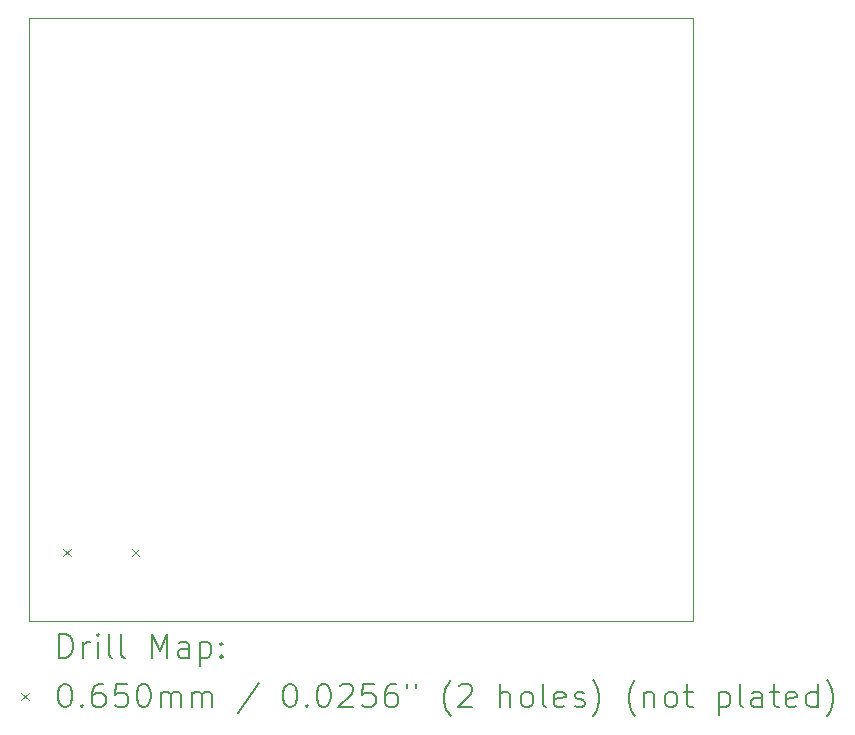
<source format=gbr>
%TF.GenerationSoftware,KiCad,Pcbnew,9.0.6*%
%TF.CreationDate,2025-12-28T18:53:21+01:00*%
%TF.ProjectId,scheme,73636865-6d65-42e6-9b69-6361645f7063,rev?*%
%TF.SameCoordinates,Original*%
%TF.FileFunction,Drillmap*%
%TF.FilePolarity,Positive*%
%FSLAX45Y45*%
G04 Gerber Fmt 4.5, Leading zero omitted, Abs format (unit mm)*
G04 Created by KiCad (PCBNEW 9.0.6) date 2025-12-28 18:53:21*
%MOMM*%
%LPD*%
G01*
G04 APERTURE LIST*
%ADD10C,0.050000*%
%ADD11C,0.200000*%
%ADD12C,0.100000*%
G04 APERTURE END LIST*
D10*
X18128000Y-10536000D02*
X23752000Y-10536000D01*
X23752000Y-15641000D01*
X18128000Y-15641000D01*
X18128000Y-10536000D01*
D11*
D12*
X18418500Y-15033000D02*
X18483500Y-15098000D01*
X18483500Y-15033000D02*
X18418500Y-15098000D01*
X18996500Y-15033000D02*
X19061500Y-15098000D01*
X19061500Y-15033000D02*
X18996500Y-15098000D01*
D11*
X18386277Y-15954984D02*
X18386277Y-15754984D01*
X18386277Y-15754984D02*
X18433896Y-15754984D01*
X18433896Y-15754984D02*
X18462467Y-15764508D01*
X18462467Y-15764508D02*
X18481515Y-15783555D01*
X18481515Y-15783555D02*
X18491039Y-15802603D01*
X18491039Y-15802603D02*
X18500563Y-15840698D01*
X18500563Y-15840698D02*
X18500563Y-15869269D01*
X18500563Y-15869269D02*
X18491039Y-15907365D01*
X18491039Y-15907365D02*
X18481515Y-15926412D01*
X18481515Y-15926412D02*
X18462467Y-15945460D01*
X18462467Y-15945460D02*
X18433896Y-15954984D01*
X18433896Y-15954984D02*
X18386277Y-15954984D01*
X18586277Y-15954984D02*
X18586277Y-15821650D01*
X18586277Y-15859746D02*
X18595801Y-15840698D01*
X18595801Y-15840698D02*
X18605324Y-15831174D01*
X18605324Y-15831174D02*
X18624372Y-15821650D01*
X18624372Y-15821650D02*
X18643420Y-15821650D01*
X18710086Y-15954984D02*
X18710086Y-15821650D01*
X18710086Y-15754984D02*
X18700563Y-15764508D01*
X18700563Y-15764508D02*
X18710086Y-15774031D01*
X18710086Y-15774031D02*
X18719610Y-15764508D01*
X18719610Y-15764508D02*
X18710086Y-15754984D01*
X18710086Y-15754984D02*
X18710086Y-15774031D01*
X18833896Y-15954984D02*
X18814848Y-15945460D01*
X18814848Y-15945460D02*
X18805324Y-15926412D01*
X18805324Y-15926412D02*
X18805324Y-15754984D01*
X18938658Y-15954984D02*
X18919610Y-15945460D01*
X18919610Y-15945460D02*
X18910086Y-15926412D01*
X18910086Y-15926412D02*
X18910086Y-15754984D01*
X19167229Y-15954984D02*
X19167229Y-15754984D01*
X19167229Y-15754984D02*
X19233896Y-15897841D01*
X19233896Y-15897841D02*
X19300563Y-15754984D01*
X19300563Y-15754984D02*
X19300563Y-15954984D01*
X19481515Y-15954984D02*
X19481515Y-15850222D01*
X19481515Y-15850222D02*
X19471991Y-15831174D01*
X19471991Y-15831174D02*
X19452944Y-15821650D01*
X19452944Y-15821650D02*
X19414848Y-15821650D01*
X19414848Y-15821650D02*
X19395801Y-15831174D01*
X19481515Y-15945460D02*
X19462467Y-15954984D01*
X19462467Y-15954984D02*
X19414848Y-15954984D01*
X19414848Y-15954984D02*
X19395801Y-15945460D01*
X19395801Y-15945460D02*
X19386277Y-15926412D01*
X19386277Y-15926412D02*
X19386277Y-15907365D01*
X19386277Y-15907365D02*
X19395801Y-15888317D01*
X19395801Y-15888317D02*
X19414848Y-15878793D01*
X19414848Y-15878793D02*
X19462467Y-15878793D01*
X19462467Y-15878793D02*
X19481515Y-15869269D01*
X19576753Y-15821650D02*
X19576753Y-16021650D01*
X19576753Y-15831174D02*
X19595801Y-15821650D01*
X19595801Y-15821650D02*
X19633896Y-15821650D01*
X19633896Y-15821650D02*
X19652944Y-15831174D01*
X19652944Y-15831174D02*
X19662467Y-15840698D01*
X19662467Y-15840698D02*
X19671991Y-15859746D01*
X19671991Y-15859746D02*
X19671991Y-15916888D01*
X19671991Y-15916888D02*
X19662467Y-15935936D01*
X19662467Y-15935936D02*
X19652944Y-15945460D01*
X19652944Y-15945460D02*
X19633896Y-15954984D01*
X19633896Y-15954984D02*
X19595801Y-15954984D01*
X19595801Y-15954984D02*
X19576753Y-15945460D01*
X19757705Y-15935936D02*
X19767229Y-15945460D01*
X19767229Y-15945460D02*
X19757705Y-15954984D01*
X19757705Y-15954984D02*
X19748182Y-15945460D01*
X19748182Y-15945460D02*
X19757705Y-15935936D01*
X19757705Y-15935936D02*
X19757705Y-15954984D01*
X19757705Y-15831174D02*
X19767229Y-15840698D01*
X19767229Y-15840698D02*
X19757705Y-15850222D01*
X19757705Y-15850222D02*
X19748182Y-15840698D01*
X19748182Y-15840698D02*
X19757705Y-15831174D01*
X19757705Y-15831174D02*
X19757705Y-15850222D01*
D12*
X18060500Y-16251000D02*
X18125500Y-16316000D01*
X18125500Y-16251000D02*
X18060500Y-16316000D01*
D11*
X18424372Y-16174984D02*
X18443420Y-16174984D01*
X18443420Y-16174984D02*
X18462467Y-16184508D01*
X18462467Y-16184508D02*
X18471991Y-16194031D01*
X18471991Y-16194031D02*
X18481515Y-16213079D01*
X18481515Y-16213079D02*
X18491039Y-16251174D01*
X18491039Y-16251174D02*
X18491039Y-16298793D01*
X18491039Y-16298793D02*
X18481515Y-16336888D01*
X18481515Y-16336888D02*
X18471991Y-16355936D01*
X18471991Y-16355936D02*
X18462467Y-16365460D01*
X18462467Y-16365460D02*
X18443420Y-16374984D01*
X18443420Y-16374984D02*
X18424372Y-16374984D01*
X18424372Y-16374984D02*
X18405324Y-16365460D01*
X18405324Y-16365460D02*
X18395801Y-16355936D01*
X18395801Y-16355936D02*
X18386277Y-16336888D01*
X18386277Y-16336888D02*
X18376753Y-16298793D01*
X18376753Y-16298793D02*
X18376753Y-16251174D01*
X18376753Y-16251174D02*
X18386277Y-16213079D01*
X18386277Y-16213079D02*
X18395801Y-16194031D01*
X18395801Y-16194031D02*
X18405324Y-16184508D01*
X18405324Y-16184508D02*
X18424372Y-16174984D01*
X18576753Y-16355936D02*
X18586277Y-16365460D01*
X18586277Y-16365460D02*
X18576753Y-16374984D01*
X18576753Y-16374984D02*
X18567229Y-16365460D01*
X18567229Y-16365460D02*
X18576753Y-16355936D01*
X18576753Y-16355936D02*
X18576753Y-16374984D01*
X18757705Y-16174984D02*
X18719610Y-16174984D01*
X18719610Y-16174984D02*
X18700563Y-16184508D01*
X18700563Y-16184508D02*
X18691039Y-16194031D01*
X18691039Y-16194031D02*
X18671991Y-16222603D01*
X18671991Y-16222603D02*
X18662467Y-16260698D01*
X18662467Y-16260698D02*
X18662467Y-16336888D01*
X18662467Y-16336888D02*
X18671991Y-16355936D01*
X18671991Y-16355936D02*
X18681515Y-16365460D01*
X18681515Y-16365460D02*
X18700563Y-16374984D01*
X18700563Y-16374984D02*
X18738658Y-16374984D01*
X18738658Y-16374984D02*
X18757705Y-16365460D01*
X18757705Y-16365460D02*
X18767229Y-16355936D01*
X18767229Y-16355936D02*
X18776753Y-16336888D01*
X18776753Y-16336888D02*
X18776753Y-16289269D01*
X18776753Y-16289269D02*
X18767229Y-16270222D01*
X18767229Y-16270222D02*
X18757705Y-16260698D01*
X18757705Y-16260698D02*
X18738658Y-16251174D01*
X18738658Y-16251174D02*
X18700563Y-16251174D01*
X18700563Y-16251174D02*
X18681515Y-16260698D01*
X18681515Y-16260698D02*
X18671991Y-16270222D01*
X18671991Y-16270222D02*
X18662467Y-16289269D01*
X18957705Y-16174984D02*
X18862467Y-16174984D01*
X18862467Y-16174984D02*
X18852944Y-16270222D01*
X18852944Y-16270222D02*
X18862467Y-16260698D01*
X18862467Y-16260698D02*
X18881515Y-16251174D01*
X18881515Y-16251174D02*
X18929134Y-16251174D01*
X18929134Y-16251174D02*
X18948182Y-16260698D01*
X18948182Y-16260698D02*
X18957705Y-16270222D01*
X18957705Y-16270222D02*
X18967229Y-16289269D01*
X18967229Y-16289269D02*
X18967229Y-16336888D01*
X18967229Y-16336888D02*
X18957705Y-16355936D01*
X18957705Y-16355936D02*
X18948182Y-16365460D01*
X18948182Y-16365460D02*
X18929134Y-16374984D01*
X18929134Y-16374984D02*
X18881515Y-16374984D01*
X18881515Y-16374984D02*
X18862467Y-16365460D01*
X18862467Y-16365460D02*
X18852944Y-16355936D01*
X19091039Y-16174984D02*
X19110086Y-16174984D01*
X19110086Y-16174984D02*
X19129134Y-16184508D01*
X19129134Y-16184508D02*
X19138658Y-16194031D01*
X19138658Y-16194031D02*
X19148182Y-16213079D01*
X19148182Y-16213079D02*
X19157705Y-16251174D01*
X19157705Y-16251174D02*
X19157705Y-16298793D01*
X19157705Y-16298793D02*
X19148182Y-16336888D01*
X19148182Y-16336888D02*
X19138658Y-16355936D01*
X19138658Y-16355936D02*
X19129134Y-16365460D01*
X19129134Y-16365460D02*
X19110086Y-16374984D01*
X19110086Y-16374984D02*
X19091039Y-16374984D01*
X19091039Y-16374984D02*
X19071991Y-16365460D01*
X19071991Y-16365460D02*
X19062467Y-16355936D01*
X19062467Y-16355936D02*
X19052944Y-16336888D01*
X19052944Y-16336888D02*
X19043420Y-16298793D01*
X19043420Y-16298793D02*
X19043420Y-16251174D01*
X19043420Y-16251174D02*
X19052944Y-16213079D01*
X19052944Y-16213079D02*
X19062467Y-16194031D01*
X19062467Y-16194031D02*
X19071991Y-16184508D01*
X19071991Y-16184508D02*
X19091039Y-16174984D01*
X19243420Y-16374984D02*
X19243420Y-16241650D01*
X19243420Y-16260698D02*
X19252944Y-16251174D01*
X19252944Y-16251174D02*
X19271991Y-16241650D01*
X19271991Y-16241650D02*
X19300563Y-16241650D01*
X19300563Y-16241650D02*
X19319610Y-16251174D01*
X19319610Y-16251174D02*
X19329134Y-16270222D01*
X19329134Y-16270222D02*
X19329134Y-16374984D01*
X19329134Y-16270222D02*
X19338658Y-16251174D01*
X19338658Y-16251174D02*
X19357705Y-16241650D01*
X19357705Y-16241650D02*
X19386277Y-16241650D01*
X19386277Y-16241650D02*
X19405325Y-16251174D01*
X19405325Y-16251174D02*
X19414848Y-16270222D01*
X19414848Y-16270222D02*
X19414848Y-16374984D01*
X19510086Y-16374984D02*
X19510086Y-16241650D01*
X19510086Y-16260698D02*
X19519610Y-16251174D01*
X19519610Y-16251174D02*
X19538658Y-16241650D01*
X19538658Y-16241650D02*
X19567229Y-16241650D01*
X19567229Y-16241650D02*
X19586277Y-16251174D01*
X19586277Y-16251174D02*
X19595801Y-16270222D01*
X19595801Y-16270222D02*
X19595801Y-16374984D01*
X19595801Y-16270222D02*
X19605325Y-16251174D01*
X19605325Y-16251174D02*
X19624372Y-16241650D01*
X19624372Y-16241650D02*
X19652944Y-16241650D01*
X19652944Y-16241650D02*
X19671991Y-16251174D01*
X19671991Y-16251174D02*
X19681515Y-16270222D01*
X19681515Y-16270222D02*
X19681515Y-16374984D01*
X20071991Y-16165460D02*
X19900563Y-16422603D01*
X20329134Y-16174984D02*
X20348182Y-16174984D01*
X20348182Y-16174984D02*
X20367229Y-16184508D01*
X20367229Y-16184508D02*
X20376753Y-16194031D01*
X20376753Y-16194031D02*
X20386277Y-16213079D01*
X20386277Y-16213079D02*
X20395801Y-16251174D01*
X20395801Y-16251174D02*
X20395801Y-16298793D01*
X20395801Y-16298793D02*
X20386277Y-16336888D01*
X20386277Y-16336888D02*
X20376753Y-16355936D01*
X20376753Y-16355936D02*
X20367229Y-16365460D01*
X20367229Y-16365460D02*
X20348182Y-16374984D01*
X20348182Y-16374984D02*
X20329134Y-16374984D01*
X20329134Y-16374984D02*
X20310087Y-16365460D01*
X20310087Y-16365460D02*
X20300563Y-16355936D01*
X20300563Y-16355936D02*
X20291039Y-16336888D01*
X20291039Y-16336888D02*
X20281515Y-16298793D01*
X20281515Y-16298793D02*
X20281515Y-16251174D01*
X20281515Y-16251174D02*
X20291039Y-16213079D01*
X20291039Y-16213079D02*
X20300563Y-16194031D01*
X20300563Y-16194031D02*
X20310087Y-16184508D01*
X20310087Y-16184508D02*
X20329134Y-16174984D01*
X20481515Y-16355936D02*
X20491039Y-16365460D01*
X20491039Y-16365460D02*
X20481515Y-16374984D01*
X20481515Y-16374984D02*
X20471991Y-16365460D01*
X20471991Y-16365460D02*
X20481515Y-16355936D01*
X20481515Y-16355936D02*
X20481515Y-16374984D01*
X20614848Y-16174984D02*
X20633896Y-16174984D01*
X20633896Y-16174984D02*
X20652944Y-16184508D01*
X20652944Y-16184508D02*
X20662468Y-16194031D01*
X20662468Y-16194031D02*
X20671991Y-16213079D01*
X20671991Y-16213079D02*
X20681515Y-16251174D01*
X20681515Y-16251174D02*
X20681515Y-16298793D01*
X20681515Y-16298793D02*
X20671991Y-16336888D01*
X20671991Y-16336888D02*
X20662468Y-16355936D01*
X20662468Y-16355936D02*
X20652944Y-16365460D01*
X20652944Y-16365460D02*
X20633896Y-16374984D01*
X20633896Y-16374984D02*
X20614848Y-16374984D01*
X20614848Y-16374984D02*
X20595801Y-16365460D01*
X20595801Y-16365460D02*
X20586277Y-16355936D01*
X20586277Y-16355936D02*
X20576753Y-16336888D01*
X20576753Y-16336888D02*
X20567229Y-16298793D01*
X20567229Y-16298793D02*
X20567229Y-16251174D01*
X20567229Y-16251174D02*
X20576753Y-16213079D01*
X20576753Y-16213079D02*
X20586277Y-16194031D01*
X20586277Y-16194031D02*
X20595801Y-16184508D01*
X20595801Y-16184508D02*
X20614848Y-16174984D01*
X20757706Y-16194031D02*
X20767229Y-16184508D01*
X20767229Y-16184508D02*
X20786277Y-16174984D01*
X20786277Y-16174984D02*
X20833896Y-16174984D01*
X20833896Y-16174984D02*
X20852944Y-16184508D01*
X20852944Y-16184508D02*
X20862468Y-16194031D01*
X20862468Y-16194031D02*
X20871991Y-16213079D01*
X20871991Y-16213079D02*
X20871991Y-16232127D01*
X20871991Y-16232127D02*
X20862468Y-16260698D01*
X20862468Y-16260698D02*
X20748182Y-16374984D01*
X20748182Y-16374984D02*
X20871991Y-16374984D01*
X21052944Y-16174984D02*
X20957706Y-16174984D01*
X20957706Y-16174984D02*
X20948182Y-16270222D01*
X20948182Y-16270222D02*
X20957706Y-16260698D01*
X20957706Y-16260698D02*
X20976753Y-16251174D01*
X20976753Y-16251174D02*
X21024372Y-16251174D01*
X21024372Y-16251174D02*
X21043420Y-16260698D01*
X21043420Y-16260698D02*
X21052944Y-16270222D01*
X21052944Y-16270222D02*
X21062468Y-16289269D01*
X21062468Y-16289269D02*
X21062468Y-16336888D01*
X21062468Y-16336888D02*
X21052944Y-16355936D01*
X21052944Y-16355936D02*
X21043420Y-16365460D01*
X21043420Y-16365460D02*
X21024372Y-16374984D01*
X21024372Y-16374984D02*
X20976753Y-16374984D01*
X20976753Y-16374984D02*
X20957706Y-16365460D01*
X20957706Y-16365460D02*
X20948182Y-16355936D01*
X21233896Y-16174984D02*
X21195801Y-16174984D01*
X21195801Y-16174984D02*
X21176753Y-16184508D01*
X21176753Y-16184508D02*
X21167229Y-16194031D01*
X21167229Y-16194031D02*
X21148182Y-16222603D01*
X21148182Y-16222603D02*
X21138658Y-16260698D01*
X21138658Y-16260698D02*
X21138658Y-16336888D01*
X21138658Y-16336888D02*
X21148182Y-16355936D01*
X21148182Y-16355936D02*
X21157706Y-16365460D01*
X21157706Y-16365460D02*
X21176753Y-16374984D01*
X21176753Y-16374984D02*
X21214849Y-16374984D01*
X21214849Y-16374984D02*
X21233896Y-16365460D01*
X21233896Y-16365460D02*
X21243420Y-16355936D01*
X21243420Y-16355936D02*
X21252944Y-16336888D01*
X21252944Y-16336888D02*
X21252944Y-16289269D01*
X21252944Y-16289269D02*
X21243420Y-16270222D01*
X21243420Y-16270222D02*
X21233896Y-16260698D01*
X21233896Y-16260698D02*
X21214849Y-16251174D01*
X21214849Y-16251174D02*
X21176753Y-16251174D01*
X21176753Y-16251174D02*
X21157706Y-16260698D01*
X21157706Y-16260698D02*
X21148182Y-16270222D01*
X21148182Y-16270222D02*
X21138658Y-16289269D01*
X21329134Y-16174984D02*
X21329134Y-16213079D01*
X21405325Y-16174984D02*
X21405325Y-16213079D01*
X21700563Y-16451174D02*
X21691039Y-16441650D01*
X21691039Y-16441650D02*
X21671991Y-16413079D01*
X21671991Y-16413079D02*
X21662468Y-16394031D01*
X21662468Y-16394031D02*
X21652944Y-16365460D01*
X21652944Y-16365460D02*
X21643420Y-16317841D01*
X21643420Y-16317841D02*
X21643420Y-16279746D01*
X21643420Y-16279746D02*
X21652944Y-16232127D01*
X21652944Y-16232127D02*
X21662468Y-16203555D01*
X21662468Y-16203555D02*
X21671991Y-16184508D01*
X21671991Y-16184508D02*
X21691039Y-16155936D01*
X21691039Y-16155936D02*
X21700563Y-16146412D01*
X21767230Y-16194031D02*
X21776753Y-16184508D01*
X21776753Y-16184508D02*
X21795801Y-16174984D01*
X21795801Y-16174984D02*
X21843420Y-16174984D01*
X21843420Y-16174984D02*
X21862468Y-16184508D01*
X21862468Y-16184508D02*
X21871991Y-16194031D01*
X21871991Y-16194031D02*
X21881515Y-16213079D01*
X21881515Y-16213079D02*
X21881515Y-16232127D01*
X21881515Y-16232127D02*
X21871991Y-16260698D01*
X21871991Y-16260698D02*
X21757706Y-16374984D01*
X21757706Y-16374984D02*
X21881515Y-16374984D01*
X22119611Y-16374984D02*
X22119611Y-16174984D01*
X22205325Y-16374984D02*
X22205325Y-16270222D01*
X22205325Y-16270222D02*
X22195801Y-16251174D01*
X22195801Y-16251174D02*
X22176753Y-16241650D01*
X22176753Y-16241650D02*
X22148182Y-16241650D01*
X22148182Y-16241650D02*
X22129134Y-16251174D01*
X22129134Y-16251174D02*
X22119611Y-16260698D01*
X22329134Y-16374984D02*
X22310087Y-16365460D01*
X22310087Y-16365460D02*
X22300563Y-16355936D01*
X22300563Y-16355936D02*
X22291039Y-16336888D01*
X22291039Y-16336888D02*
X22291039Y-16279746D01*
X22291039Y-16279746D02*
X22300563Y-16260698D01*
X22300563Y-16260698D02*
X22310087Y-16251174D01*
X22310087Y-16251174D02*
X22329134Y-16241650D01*
X22329134Y-16241650D02*
X22357706Y-16241650D01*
X22357706Y-16241650D02*
X22376753Y-16251174D01*
X22376753Y-16251174D02*
X22386277Y-16260698D01*
X22386277Y-16260698D02*
X22395801Y-16279746D01*
X22395801Y-16279746D02*
X22395801Y-16336888D01*
X22395801Y-16336888D02*
X22386277Y-16355936D01*
X22386277Y-16355936D02*
X22376753Y-16365460D01*
X22376753Y-16365460D02*
X22357706Y-16374984D01*
X22357706Y-16374984D02*
X22329134Y-16374984D01*
X22510087Y-16374984D02*
X22491039Y-16365460D01*
X22491039Y-16365460D02*
X22481515Y-16346412D01*
X22481515Y-16346412D02*
X22481515Y-16174984D01*
X22662468Y-16365460D02*
X22643420Y-16374984D01*
X22643420Y-16374984D02*
X22605325Y-16374984D01*
X22605325Y-16374984D02*
X22586277Y-16365460D01*
X22586277Y-16365460D02*
X22576753Y-16346412D01*
X22576753Y-16346412D02*
X22576753Y-16270222D01*
X22576753Y-16270222D02*
X22586277Y-16251174D01*
X22586277Y-16251174D02*
X22605325Y-16241650D01*
X22605325Y-16241650D02*
X22643420Y-16241650D01*
X22643420Y-16241650D02*
X22662468Y-16251174D01*
X22662468Y-16251174D02*
X22671991Y-16270222D01*
X22671991Y-16270222D02*
X22671991Y-16289269D01*
X22671991Y-16289269D02*
X22576753Y-16308317D01*
X22748182Y-16365460D02*
X22767230Y-16374984D01*
X22767230Y-16374984D02*
X22805325Y-16374984D01*
X22805325Y-16374984D02*
X22824372Y-16365460D01*
X22824372Y-16365460D02*
X22833896Y-16346412D01*
X22833896Y-16346412D02*
X22833896Y-16336888D01*
X22833896Y-16336888D02*
X22824372Y-16317841D01*
X22824372Y-16317841D02*
X22805325Y-16308317D01*
X22805325Y-16308317D02*
X22776753Y-16308317D01*
X22776753Y-16308317D02*
X22757706Y-16298793D01*
X22757706Y-16298793D02*
X22748182Y-16279746D01*
X22748182Y-16279746D02*
X22748182Y-16270222D01*
X22748182Y-16270222D02*
X22757706Y-16251174D01*
X22757706Y-16251174D02*
X22776753Y-16241650D01*
X22776753Y-16241650D02*
X22805325Y-16241650D01*
X22805325Y-16241650D02*
X22824372Y-16251174D01*
X22900563Y-16451174D02*
X22910087Y-16441650D01*
X22910087Y-16441650D02*
X22929134Y-16413079D01*
X22929134Y-16413079D02*
X22938658Y-16394031D01*
X22938658Y-16394031D02*
X22948182Y-16365460D01*
X22948182Y-16365460D02*
X22957706Y-16317841D01*
X22957706Y-16317841D02*
X22957706Y-16279746D01*
X22957706Y-16279746D02*
X22948182Y-16232127D01*
X22948182Y-16232127D02*
X22938658Y-16203555D01*
X22938658Y-16203555D02*
X22929134Y-16184508D01*
X22929134Y-16184508D02*
X22910087Y-16155936D01*
X22910087Y-16155936D02*
X22900563Y-16146412D01*
X23262468Y-16451174D02*
X23252944Y-16441650D01*
X23252944Y-16441650D02*
X23233896Y-16413079D01*
X23233896Y-16413079D02*
X23224372Y-16394031D01*
X23224372Y-16394031D02*
X23214849Y-16365460D01*
X23214849Y-16365460D02*
X23205325Y-16317841D01*
X23205325Y-16317841D02*
X23205325Y-16279746D01*
X23205325Y-16279746D02*
X23214849Y-16232127D01*
X23214849Y-16232127D02*
X23224372Y-16203555D01*
X23224372Y-16203555D02*
X23233896Y-16184508D01*
X23233896Y-16184508D02*
X23252944Y-16155936D01*
X23252944Y-16155936D02*
X23262468Y-16146412D01*
X23338658Y-16241650D02*
X23338658Y-16374984D01*
X23338658Y-16260698D02*
X23348182Y-16251174D01*
X23348182Y-16251174D02*
X23367230Y-16241650D01*
X23367230Y-16241650D02*
X23395801Y-16241650D01*
X23395801Y-16241650D02*
X23414849Y-16251174D01*
X23414849Y-16251174D02*
X23424372Y-16270222D01*
X23424372Y-16270222D02*
X23424372Y-16374984D01*
X23548182Y-16374984D02*
X23529134Y-16365460D01*
X23529134Y-16365460D02*
X23519611Y-16355936D01*
X23519611Y-16355936D02*
X23510087Y-16336888D01*
X23510087Y-16336888D02*
X23510087Y-16279746D01*
X23510087Y-16279746D02*
X23519611Y-16260698D01*
X23519611Y-16260698D02*
X23529134Y-16251174D01*
X23529134Y-16251174D02*
X23548182Y-16241650D01*
X23548182Y-16241650D02*
X23576753Y-16241650D01*
X23576753Y-16241650D02*
X23595801Y-16251174D01*
X23595801Y-16251174D02*
X23605325Y-16260698D01*
X23605325Y-16260698D02*
X23614849Y-16279746D01*
X23614849Y-16279746D02*
X23614849Y-16336888D01*
X23614849Y-16336888D02*
X23605325Y-16355936D01*
X23605325Y-16355936D02*
X23595801Y-16365460D01*
X23595801Y-16365460D02*
X23576753Y-16374984D01*
X23576753Y-16374984D02*
X23548182Y-16374984D01*
X23671992Y-16241650D02*
X23748182Y-16241650D01*
X23700563Y-16174984D02*
X23700563Y-16346412D01*
X23700563Y-16346412D02*
X23710087Y-16365460D01*
X23710087Y-16365460D02*
X23729134Y-16374984D01*
X23729134Y-16374984D02*
X23748182Y-16374984D01*
X23967230Y-16241650D02*
X23967230Y-16441650D01*
X23967230Y-16251174D02*
X23986277Y-16241650D01*
X23986277Y-16241650D02*
X24024373Y-16241650D01*
X24024373Y-16241650D02*
X24043420Y-16251174D01*
X24043420Y-16251174D02*
X24052944Y-16260698D01*
X24052944Y-16260698D02*
X24062468Y-16279746D01*
X24062468Y-16279746D02*
X24062468Y-16336888D01*
X24062468Y-16336888D02*
X24052944Y-16355936D01*
X24052944Y-16355936D02*
X24043420Y-16365460D01*
X24043420Y-16365460D02*
X24024373Y-16374984D01*
X24024373Y-16374984D02*
X23986277Y-16374984D01*
X23986277Y-16374984D02*
X23967230Y-16365460D01*
X24176753Y-16374984D02*
X24157706Y-16365460D01*
X24157706Y-16365460D02*
X24148182Y-16346412D01*
X24148182Y-16346412D02*
X24148182Y-16174984D01*
X24338658Y-16374984D02*
X24338658Y-16270222D01*
X24338658Y-16270222D02*
X24329134Y-16251174D01*
X24329134Y-16251174D02*
X24310087Y-16241650D01*
X24310087Y-16241650D02*
X24271992Y-16241650D01*
X24271992Y-16241650D02*
X24252944Y-16251174D01*
X24338658Y-16365460D02*
X24319611Y-16374984D01*
X24319611Y-16374984D02*
X24271992Y-16374984D01*
X24271992Y-16374984D02*
X24252944Y-16365460D01*
X24252944Y-16365460D02*
X24243420Y-16346412D01*
X24243420Y-16346412D02*
X24243420Y-16327365D01*
X24243420Y-16327365D02*
X24252944Y-16308317D01*
X24252944Y-16308317D02*
X24271992Y-16298793D01*
X24271992Y-16298793D02*
X24319611Y-16298793D01*
X24319611Y-16298793D02*
X24338658Y-16289269D01*
X24405325Y-16241650D02*
X24481515Y-16241650D01*
X24433896Y-16174984D02*
X24433896Y-16346412D01*
X24433896Y-16346412D02*
X24443420Y-16365460D01*
X24443420Y-16365460D02*
X24462468Y-16374984D01*
X24462468Y-16374984D02*
X24481515Y-16374984D01*
X24624373Y-16365460D02*
X24605325Y-16374984D01*
X24605325Y-16374984D02*
X24567230Y-16374984D01*
X24567230Y-16374984D02*
X24548182Y-16365460D01*
X24548182Y-16365460D02*
X24538658Y-16346412D01*
X24538658Y-16346412D02*
X24538658Y-16270222D01*
X24538658Y-16270222D02*
X24548182Y-16251174D01*
X24548182Y-16251174D02*
X24567230Y-16241650D01*
X24567230Y-16241650D02*
X24605325Y-16241650D01*
X24605325Y-16241650D02*
X24624373Y-16251174D01*
X24624373Y-16251174D02*
X24633896Y-16270222D01*
X24633896Y-16270222D02*
X24633896Y-16289269D01*
X24633896Y-16289269D02*
X24538658Y-16308317D01*
X24805325Y-16374984D02*
X24805325Y-16174984D01*
X24805325Y-16365460D02*
X24786277Y-16374984D01*
X24786277Y-16374984D02*
X24748182Y-16374984D01*
X24748182Y-16374984D02*
X24729134Y-16365460D01*
X24729134Y-16365460D02*
X24719611Y-16355936D01*
X24719611Y-16355936D02*
X24710087Y-16336888D01*
X24710087Y-16336888D02*
X24710087Y-16279746D01*
X24710087Y-16279746D02*
X24719611Y-16260698D01*
X24719611Y-16260698D02*
X24729134Y-16251174D01*
X24729134Y-16251174D02*
X24748182Y-16241650D01*
X24748182Y-16241650D02*
X24786277Y-16241650D01*
X24786277Y-16241650D02*
X24805325Y-16251174D01*
X24881515Y-16451174D02*
X24891039Y-16441650D01*
X24891039Y-16441650D02*
X24910087Y-16413079D01*
X24910087Y-16413079D02*
X24919611Y-16394031D01*
X24919611Y-16394031D02*
X24929134Y-16365460D01*
X24929134Y-16365460D02*
X24938658Y-16317841D01*
X24938658Y-16317841D02*
X24938658Y-16279746D01*
X24938658Y-16279746D02*
X24929134Y-16232127D01*
X24929134Y-16232127D02*
X24919611Y-16203555D01*
X24919611Y-16203555D02*
X24910087Y-16184508D01*
X24910087Y-16184508D02*
X24891039Y-16155936D01*
X24891039Y-16155936D02*
X24881515Y-16146412D01*
M02*

</source>
